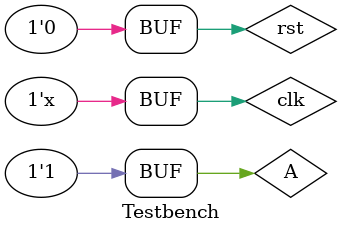
<source format=v>
`timescale 1ns / 1ps

module Testbench();
    //Definition signal
    reg clk=0;
    reg rst=0;
    reg A=0;
    wire F;
    wire G;
    //State machine instantiation
    Lab_7_2 test(
        .Clock(clk),
        .Reset(rst),
        .  A  ( A ),
        .  F  ( F ),
        .  G  ( G )
    );
    //Given button stimulus
    initial
        begin
            clk = 0;
            rst=1;
            #100;
            A=0;
            #100;
            A=1;
            #100;
            rst=0;
            A=0;
            #100;
            A=1;
        end
     
    //Generate clock excitation, 100MHz
    always
        begin
            #10 clk = ~clk;
        end
endmodule
</source>
